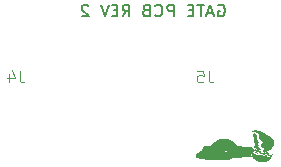
<source format=gbr>
%TF.GenerationSoftware,KiCad,Pcbnew,7.0.5*%
%TF.CreationDate,2024-03-05T22:02:34-06:00*%
%TF.ProjectId,GATE,47415445-2e6b-4696-9361-645f70636258,rev?*%
%TF.SameCoordinates,Original*%
%TF.FileFunction,Legend,Bot*%
%TF.FilePolarity,Positive*%
%FSLAX46Y46*%
G04 Gerber Fmt 4.6, Leading zero omitted, Abs format (unit mm)*
G04 Created by KiCad (PCBNEW 7.0.5) date 2024-03-05 22:02:34*
%MOMM*%
%LPD*%
G01*
G04 APERTURE LIST*
%ADD10C,0.150000*%
%ADD11C,0.100000*%
G04 APERTURE END LIST*
D10*
X164139411Y-80917438D02*
X164234649Y-80869819D01*
X164234649Y-80869819D02*
X164377506Y-80869819D01*
X164377506Y-80869819D02*
X164520363Y-80917438D01*
X164520363Y-80917438D02*
X164615601Y-81012676D01*
X164615601Y-81012676D02*
X164663220Y-81107914D01*
X164663220Y-81107914D02*
X164710839Y-81298390D01*
X164710839Y-81298390D02*
X164710839Y-81441247D01*
X164710839Y-81441247D02*
X164663220Y-81631723D01*
X164663220Y-81631723D02*
X164615601Y-81726961D01*
X164615601Y-81726961D02*
X164520363Y-81822200D01*
X164520363Y-81822200D02*
X164377506Y-81869819D01*
X164377506Y-81869819D02*
X164282268Y-81869819D01*
X164282268Y-81869819D02*
X164139411Y-81822200D01*
X164139411Y-81822200D02*
X164091792Y-81774580D01*
X164091792Y-81774580D02*
X164091792Y-81441247D01*
X164091792Y-81441247D02*
X164282268Y-81441247D01*
X163710839Y-81584104D02*
X163234649Y-81584104D01*
X163806077Y-81869819D02*
X163472744Y-80869819D01*
X163472744Y-80869819D02*
X163139411Y-81869819D01*
X162948934Y-80869819D02*
X162377506Y-80869819D01*
X162663220Y-81869819D02*
X162663220Y-80869819D01*
X162044172Y-81346009D02*
X161710839Y-81346009D01*
X161567982Y-81869819D02*
X162044172Y-81869819D01*
X162044172Y-81869819D02*
X162044172Y-80869819D01*
X162044172Y-80869819D02*
X161567982Y-80869819D01*
X160377505Y-81869819D02*
X160377505Y-80869819D01*
X160377505Y-80869819D02*
X159996553Y-80869819D01*
X159996553Y-80869819D02*
X159901315Y-80917438D01*
X159901315Y-80917438D02*
X159853696Y-80965057D01*
X159853696Y-80965057D02*
X159806077Y-81060295D01*
X159806077Y-81060295D02*
X159806077Y-81203152D01*
X159806077Y-81203152D02*
X159853696Y-81298390D01*
X159853696Y-81298390D02*
X159901315Y-81346009D01*
X159901315Y-81346009D02*
X159996553Y-81393628D01*
X159996553Y-81393628D02*
X160377505Y-81393628D01*
X158806077Y-81774580D02*
X158853696Y-81822200D01*
X158853696Y-81822200D02*
X158996553Y-81869819D01*
X158996553Y-81869819D02*
X159091791Y-81869819D01*
X159091791Y-81869819D02*
X159234648Y-81822200D01*
X159234648Y-81822200D02*
X159329886Y-81726961D01*
X159329886Y-81726961D02*
X159377505Y-81631723D01*
X159377505Y-81631723D02*
X159425124Y-81441247D01*
X159425124Y-81441247D02*
X159425124Y-81298390D01*
X159425124Y-81298390D02*
X159377505Y-81107914D01*
X159377505Y-81107914D02*
X159329886Y-81012676D01*
X159329886Y-81012676D02*
X159234648Y-80917438D01*
X159234648Y-80917438D02*
X159091791Y-80869819D01*
X159091791Y-80869819D02*
X158996553Y-80869819D01*
X158996553Y-80869819D02*
X158853696Y-80917438D01*
X158853696Y-80917438D02*
X158806077Y-80965057D01*
X158044172Y-81346009D02*
X157901315Y-81393628D01*
X157901315Y-81393628D02*
X157853696Y-81441247D01*
X157853696Y-81441247D02*
X157806077Y-81536485D01*
X157806077Y-81536485D02*
X157806077Y-81679342D01*
X157806077Y-81679342D02*
X157853696Y-81774580D01*
X157853696Y-81774580D02*
X157901315Y-81822200D01*
X157901315Y-81822200D02*
X157996553Y-81869819D01*
X157996553Y-81869819D02*
X158377505Y-81869819D01*
X158377505Y-81869819D02*
X158377505Y-80869819D01*
X158377505Y-80869819D02*
X158044172Y-80869819D01*
X158044172Y-80869819D02*
X157948934Y-80917438D01*
X157948934Y-80917438D02*
X157901315Y-80965057D01*
X157901315Y-80965057D02*
X157853696Y-81060295D01*
X157853696Y-81060295D02*
X157853696Y-81155533D01*
X157853696Y-81155533D02*
X157901315Y-81250771D01*
X157901315Y-81250771D02*
X157948934Y-81298390D01*
X157948934Y-81298390D02*
X158044172Y-81346009D01*
X158044172Y-81346009D02*
X158377505Y-81346009D01*
X156044172Y-81869819D02*
X156377505Y-81393628D01*
X156615600Y-81869819D02*
X156615600Y-80869819D01*
X156615600Y-80869819D02*
X156234648Y-80869819D01*
X156234648Y-80869819D02*
X156139410Y-80917438D01*
X156139410Y-80917438D02*
X156091791Y-80965057D01*
X156091791Y-80965057D02*
X156044172Y-81060295D01*
X156044172Y-81060295D02*
X156044172Y-81203152D01*
X156044172Y-81203152D02*
X156091791Y-81298390D01*
X156091791Y-81298390D02*
X156139410Y-81346009D01*
X156139410Y-81346009D02*
X156234648Y-81393628D01*
X156234648Y-81393628D02*
X156615600Y-81393628D01*
X155615600Y-81346009D02*
X155282267Y-81346009D01*
X155139410Y-81869819D02*
X155615600Y-81869819D01*
X155615600Y-81869819D02*
X155615600Y-80869819D01*
X155615600Y-80869819D02*
X155139410Y-80869819D01*
X154853695Y-80869819D02*
X154520362Y-81869819D01*
X154520362Y-81869819D02*
X154187029Y-80869819D01*
X153139409Y-80965057D02*
X153091790Y-80917438D01*
X153091790Y-80917438D02*
X152996552Y-80869819D01*
X152996552Y-80869819D02*
X152758457Y-80869819D01*
X152758457Y-80869819D02*
X152663219Y-80917438D01*
X152663219Y-80917438D02*
X152615600Y-80965057D01*
X152615600Y-80965057D02*
X152567981Y-81060295D01*
X152567981Y-81060295D02*
X152567981Y-81155533D01*
X152567981Y-81155533D02*
X152615600Y-81298390D01*
X152615600Y-81298390D02*
X153187028Y-81869819D01*
X153187028Y-81869819D02*
X152567981Y-81869819D01*
D11*
%TO.C,J4*%
X147333333Y-86457419D02*
X147333333Y-87171704D01*
X147333333Y-87171704D02*
X147380952Y-87314561D01*
X147380952Y-87314561D02*
X147476190Y-87409800D01*
X147476190Y-87409800D02*
X147619047Y-87457419D01*
X147619047Y-87457419D02*
X147714285Y-87457419D01*
X146428571Y-86790752D02*
X146428571Y-87457419D01*
X146666666Y-86409800D02*
X146904761Y-87124085D01*
X146904761Y-87124085D02*
X146285714Y-87124085D01*
%TO.C,J5*%
X163333333Y-86457419D02*
X163333333Y-87171704D01*
X163333333Y-87171704D02*
X163380952Y-87314561D01*
X163380952Y-87314561D02*
X163476190Y-87409800D01*
X163476190Y-87409800D02*
X163619047Y-87457419D01*
X163619047Y-87457419D02*
X163714285Y-87457419D01*
X162380952Y-86457419D02*
X162857142Y-86457419D01*
X162857142Y-86457419D02*
X162904761Y-86933609D01*
X162904761Y-86933609D02*
X162857142Y-86885990D01*
X162857142Y-86885990D02*
X162761904Y-86838371D01*
X162761904Y-86838371D02*
X162523809Y-86838371D01*
X162523809Y-86838371D02*
X162428571Y-86885990D01*
X162428571Y-86885990D02*
X162380952Y-86933609D01*
X162380952Y-86933609D02*
X162333333Y-87028847D01*
X162333333Y-87028847D02*
X162333333Y-87266942D01*
X162333333Y-87266942D02*
X162380952Y-87362180D01*
X162380952Y-87362180D02*
X162428571Y-87409800D01*
X162428571Y-87409800D02*
X162523809Y-87457419D01*
X162523809Y-87457419D02*
X162761904Y-87457419D01*
X162761904Y-87457419D02*
X162857142Y-87409800D01*
X162857142Y-87409800D02*
X162904761Y-87362180D01*
%TO.C,G\u002A\u002A\u002A*%
G36*
X167847591Y-93623767D02*
G01*
X167860290Y-93623241D01*
X167866039Y-93623281D01*
X167878685Y-93629589D01*
X167897375Y-93644197D01*
X167923411Y-93668029D01*
X167936002Y-93680075D01*
X167954337Y-93698244D01*
X167965372Y-93711108D01*
X167970702Y-93721214D01*
X167971926Y-93731106D01*
X167970639Y-93743333D01*
X167969986Y-93748040D01*
X167967539Y-93767175D01*
X167966213Y-93780000D01*
X167965721Y-93784391D01*
X167962059Y-93800000D01*
X167961547Y-93801394D01*
X167957963Y-93805134D01*
X167953334Y-93796666D01*
X167951204Y-93791321D01*
X167948756Y-93787839D01*
X167946042Y-93791267D01*
X167941871Y-93803558D01*
X167935053Y-93826666D01*
X167933595Y-93832046D01*
X167928693Y-93860130D01*
X167926646Y-93891427D01*
X167927207Y-93923191D01*
X167930130Y-93952676D01*
X167935169Y-93977136D01*
X167942078Y-93993826D01*
X167950608Y-94000000D01*
X167954063Y-93996118D01*
X167958655Y-93982278D01*
X167962988Y-93962051D01*
X167966488Y-93939296D01*
X167968584Y-93917871D01*
X167968702Y-93901634D01*
X167966271Y-93894444D01*
X167964056Y-93893100D01*
X167960000Y-93883607D01*
X167960638Y-93879237D01*
X167965890Y-93863129D01*
X167974802Y-93841698D01*
X167985385Y-93819276D01*
X167995646Y-93800196D01*
X168003593Y-93788788D01*
X168006288Y-93785386D01*
X168014157Y-93769746D01*
X168020824Y-93749491D01*
X168023308Y-93740614D01*
X168028942Y-93725837D01*
X168033596Y-93720000D01*
X168033719Y-93719994D01*
X168038739Y-93713955D01*
X168043347Y-93699941D01*
X168043596Y-93698854D01*
X168048490Y-93686625D01*
X168054013Y-93683752D01*
X168055787Y-93684182D01*
X168066366Y-93680429D01*
X168080648Y-93670477D01*
X168084753Y-93667123D01*
X168098541Y-93657289D01*
X168107136Y-93653333D01*
X168111427Y-93651182D01*
X168124276Y-93641800D01*
X168142940Y-93626679D01*
X168165040Y-93607695D01*
X168185202Y-93590200D01*
X168202877Y-93576069D01*
X168215025Y-93568677D01*
X168223934Y-93566691D01*
X168231894Y-93568779D01*
X168242464Y-93577073D01*
X168251051Y-93592750D01*
X168255437Y-93607055D01*
X168263671Y-93626666D01*
X168268505Y-93636980D01*
X168277427Y-93657915D01*
X168286828Y-93681557D01*
X168290898Y-93691141D01*
X168304054Y-93715471D01*
X168320193Y-93739394D01*
X168337063Y-93760038D01*
X168352412Y-93774530D01*
X168363991Y-93780000D01*
X168372069Y-93781556D01*
X168386537Y-93788132D01*
X168393623Y-93791633D01*
X168404018Y-93790904D01*
X168418114Y-93781510D01*
X168432833Y-93770496D01*
X168467291Y-93751147D01*
X168499913Y-93742839D01*
X168502969Y-93742471D01*
X168514305Y-93739419D01*
X168526770Y-93732615D01*
X168542362Y-93720565D01*
X168563078Y-93701776D01*
X168590914Y-93674751D01*
X168595740Y-93669971D01*
X168621838Y-93643548D01*
X168645746Y-93618461D01*
X168664990Y-93597346D01*
X168677100Y-93582839D01*
X168682711Y-93575640D01*
X168698983Y-93557061D01*
X168713334Y-93543398D01*
X168728735Y-93530348D01*
X168745903Y-93514465D01*
X168758649Y-93504456D01*
X168765676Y-93505015D01*
X168766416Y-93515923D01*
X168760825Y-93536441D01*
X168748862Y-93565832D01*
X168745501Y-93573133D01*
X168733760Y-93596669D01*
X168723359Y-93614810D01*
X168716225Y-93624114D01*
X168711385Y-93631100D01*
X168704788Y-93648412D01*
X168699372Y-93670780D01*
X168695883Y-93685749D01*
X168685439Y-93716863D01*
X168672767Y-93744144D01*
X168664497Y-93759461D01*
X168656447Y-93776591D01*
X168653334Y-93786509D01*
X168651224Y-93796864D01*
X168641770Y-93817918D01*
X168626421Y-93843592D01*
X168607045Y-93870853D01*
X168585510Y-93896666D01*
X168569873Y-93913858D01*
X168545554Y-93940738D01*
X168518708Y-93970526D01*
X168492821Y-93999359D01*
X168482784Y-94010457D01*
X168456255Y-94038116D01*
X168432743Y-94059156D01*
X168408555Y-94076665D01*
X168380000Y-94093728D01*
X168370745Y-94098912D01*
X168338924Y-94116844D01*
X168307490Y-94134696D01*
X168282077Y-94149273D01*
X168260386Y-94160999D01*
X168228068Y-94176602D01*
X168198743Y-94188965D01*
X168181822Y-94194754D01*
X168146821Y-94204865D01*
X168106241Y-94215034D01*
X168064647Y-94224211D01*
X168026601Y-94231349D01*
X167996667Y-94235398D01*
X167979806Y-94236642D01*
X167939175Y-94238302D01*
X167894402Y-94238764D01*
X167849845Y-94238070D01*
X167809863Y-94236260D01*
X167778816Y-94233374D01*
X167751397Y-94229827D01*
X167722368Y-94226390D01*
X167700000Y-94224070D01*
X167682812Y-94221272D01*
X167651282Y-94213172D01*
X167612760Y-94201098D01*
X167570077Y-94186139D01*
X167526064Y-94169382D01*
X167483552Y-94151917D01*
X167445373Y-94134833D01*
X167414356Y-94119217D01*
X167393334Y-94106158D01*
X167389719Y-94103479D01*
X167368115Y-94088941D01*
X167347776Y-94077120D01*
X167346770Y-94076591D01*
X167330131Y-94065902D01*
X167308516Y-94049676D01*
X167286334Y-94031206D01*
X167263277Y-94011195D01*
X167233436Y-93985831D01*
X167206387Y-93963333D01*
X167203559Y-93961017D01*
X167169832Y-93933127D01*
X167144381Y-93911274D01*
X167125127Y-93893430D01*
X167109993Y-93877567D01*
X167096901Y-93861657D01*
X167083773Y-93843673D01*
X167079113Y-93836891D01*
X167059545Y-93805421D01*
X167041246Y-93771698D01*
X167025803Y-93739021D01*
X167014804Y-93710688D01*
X167009835Y-93690000D01*
X167009158Y-93683153D01*
X167005013Y-93653368D01*
X166999474Y-93625596D01*
X166993387Y-93603594D01*
X166987597Y-93591120D01*
X166981538Y-93580613D01*
X166972829Y-93560214D01*
X166963546Y-93534847D01*
X166955130Y-93508738D01*
X166949023Y-93486112D01*
X166946667Y-93471191D01*
X166946648Y-93470251D01*
X166944724Y-93455146D01*
X166940260Y-93432227D01*
X166934136Y-93406066D01*
X166927395Y-93377203D01*
X166921433Y-93347505D01*
X166917719Y-93324133D01*
X166916076Y-93314039D01*
X166910027Y-93293053D01*
X166902408Y-93278976D01*
X166896220Y-93269529D01*
X166897158Y-93260355D01*
X166903643Y-93256962D01*
X166918979Y-93257569D01*
X166934763Y-93264699D01*
X166945364Y-93276469D01*
X166949072Y-93282210D01*
X166961588Y-93296479D01*
X166979852Y-93314700D01*
X167001344Y-93334633D01*
X167023546Y-93354036D01*
X167043939Y-93370670D01*
X167060006Y-93382294D01*
X167069227Y-93386666D01*
X167075577Y-93388332D01*
X167086919Y-93396970D01*
X167093319Y-93402191D01*
X167104367Y-93403859D01*
X167106049Y-93403571D01*
X167116362Y-93408342D01*
X167128153Y-93420583D01*
X167145380Y-93439200D01*
X167178538Y-93464028D01*
X167221441Y-93487818D01*
X167272052Y-93509476D01*
X167328334Y-93527913D01*
X167332241Y-93529120D01*
X167347401Y-93536577D01*
X167353334Y-93544720D01*
X167354871Y-93549670D01*
X167364060Y-93562785D01*
X167379038Y-93579124D01*
X167396905Y-93596022D01*
X167414765Y-93610812D01*
X167429721Y-93620829D01*
X167438874Y-93623409D01*
X167449168Y-93624058D01*
X167462704Y-93631834D01*
X167473509Y-93640322D01*
X167493853Y-93654080D01*
X167517174Y-93668257D01*
X167539984Y-93680857D01*
X167558794Y-93689881D01*
X167570116Y-93693333D01*
X167571085Y-93693318D01*
X167578260Y-93689895D01*
X167576870Y-93678333D01*
X167574238Y-93667474D01*
X167572425Y-93650603D01*
X167571790Y-93643102D01*
X167566575Y-93626494D01*
X167565787Y-93624767D01*
X167565803Y-93623333D01*
X167693334Y-93623333D01*
X167696667Y-93626666D01*
X167700000Y-93623333D01*
X167696667Y-93620000D01*
X167693334Y-93623333D01*
X167565803Y-93623333D01*
X167565891Y-93615385D01*
X167573435Y-93602374D01*
X167589769Y-93583219D01*
X167619052Y-93551323D01*
X167657860Y-93569707D01*
X167676398Y-93578295D01*
X167701062Y-93589230D01*
X167720000Y-93597082D01*
X167720354Y-93597217D01*
X167742010Y-93604126D01*
X167769249Y-93610923D01*
X167798384Y-93616920D01*
X167825727Y-93621431D01*
X167843529Y-93623333D01*
X167847591Y-93623767D01*
G37*
G36*
X167309582Y-91776786D02*
G01*
X167301653Y-91778798D01*
X167293146Y-91781227D01*
X167280836Y-91791854D01*
X167276435Y-91806434D01*
X167280591Y-91820651D01*
X167293950Y-91830195D01*
X167301365Y-91835049D01*
X167306796Y-91848782D01*
X167306826Y-91849431D01*
X167313248Y-91862780D01*
X167330902Y-91882944D01*
X167359856Y-91910000D01*
X167376383Y-91925062D01*
X167395247Y-91943718D01*
X167408174Y-91958344D01*
X167413028Y-91966666D01*
X167411535Y-91968832D01*
X167403550Y-91964464D01*
X167390309Y-91951666D01*
X167388866Y-91950111D01*
X167368932Y-91932471D01*
X167353616Y-91926924D01*
X167343186Y-91933572D01*
X167342830Y-91935962D01*
X167346642Y-91947845D01*
X167355438Y-91965217D01*
X167367052Y-91984391D01*
X167379317Y-92001678D01*
X167390068Y-92013389D01*
X167395853Y-92021800D01*
X167391665Y-92033528D01*
X167390849Y-92034876D01*
X167387837Y-92046476D01*
X167395296Y-92058485D01*
X167402497Y-92068490D01*
X167406667Y-92080051D01*
X167408340Y-92090938D01*
X167413390Y-92110078D01*
X167420115Y-92130738D01*
X167426773Y-92147101D01*
X167428461Y-92155135D01*
X167425022Y-92169843D01*
X167421801Y-92178550D01*
X167425735Y-92194317D01*
X167427573Y-92198157D01*
X167431691Y-92215310D01*
X167433334Y-92236576D01*
X167433610Y-92245619D01*
X167435741Y-92260705D01*
X167439287Y-92266666D01*
X167442745Y-92268037D01*
X167449268Y-92277162D01*
X167449707Y-92278486D01*
X167447600Y-92291669D01*
X167436344Y-92302299D01*
X167419660Y-92306666D01*
X167415895Y-92306738D01*
X167409078Y-92309067D01*
X167413334Y-92316666D01*
X167419198Y-92321933D01*
X167431521Y-92326666D01*
X167433326Y-92326874D01*
X167445914Y-92332477D01*
X167461216Y-92343333D01*
X167465681Y-92347272D01*
X167473819Y-92356366D01*
X167473396Y-92360000D01*
X167469581Y-92362223D01*
X167469750Y-92372543D01*
X167470592Y-92380505D01*
X167466804Y-92384888D01*
X167463110Y-92389163D01*
X167456517Y-92393201D01*
X167457834Y-92400212D01*
X167471972Y-92408341D01*
X167498673Y-92417383D01*
X167512954Y-92421624D01*
X167534440Y-92429614D01*
X167546634Y-92438313D01*
X167552083Y-92450038D01*
X167553334Y-92467104D01*
X167553333Y-92467548D01*
X167550081Y-92489037D01*
X167539568Y-92502219D01*
X167536016Y-92504733D01*
X167529917Y-92510828D01*
X167532090Y-92517503D01*
X167543117Y-92529177D01*
X167545592Y-92531666D01*
X167555135Y-92543029D01*
X167556235Y-92552592D01*
X167550045Y-92566579D01*
X167549235Y-92568093D01*
X167539356Y-92581260D01*
X167529956Y-92586666D01*
X167522728Y-92590488D01*
X167516230Y-92602699D01*
X167515555Y-92606264D01*
X167516122Y-92617862D01*
X167521073Y-92633523D01*
X167531313Y-92655655D01*
X167547745Y-92686666D01*
X167566447Y-92722241D01*
X167578818Y-92750257D01*
X167584143Y-92771006D01*
X167582614Y-92786431D01*
X167574421Y-92798476D01*
X167559755Y-92809084D01*
X167559564Y-92809197D01*
X167543616Y-92825422D01*
X167538938Y-92847623D01*
X167545490Y-92874722D01*
X167563233Y-92905640D01*
X167573426Y-92920512D01*
X167581686Y-92934303D01*
X167583844Y-92940656D01*
X167583911Y-92941885D01*
X167590375Y-92949190D01*
X167603519Y-92960000D01*
X167617282Y-92971913D01*
X167630337Y-92987883D01*
X167636172Y-93001595D01*
X167633082Y-93010155D01*
X167631922Y-93010963D01*
X167626826Y-93022514D01*
X167631039Y-93039653D01*
X167633430Y-93043333D01*
X167643926Y-93059488D01*
X167652137Y-93069918D01*
X167652173Y-93070000D01*
X167655623Y-93077816D01*
X167650593Y-93080000D01*
X167645440Y-93080847D01*
X167640000Y-93086666D01*
X167636272Y-93092653D01*
X167625819Y-93091325D01*
X167612192Y-93082300D01*
X167608606Y-93079139D01*
X167601030Y-93073820D01*
X167601344Y-93077054D01*
X167608932Y-93087612D01*
X167623179Y-93104263D01*
X167631244Y-93113980D01*
X167642165Y-93130503D01*
X167646512Y-93142337D01*
X167646515Y-93143015D01*
X167644490Y-93150235D01*
X167636235Y-93152623D01*
X167618334Y-93151261D01*
X167613523Y-93150649D01*
X167590429Y-93147026D01*
X167571667Y-93143146D01*
X167564046Y-93141477D01*
X167555375Y-93142702D01*
X167553334Y-93151780D01*
X167553533Y-93153374D01*
X167559809Y-93165252D01*
X167572329Y-93180828D01*
X167587597Y-93196459D01*
X167602122Y-93208508D01*
X167612409Y-93213333D01*
X167612811Y-93213494D01*
X167618300Y-93220572D01*
X167627777Y-93235826D01*
X167639481Y-93256075D01*
X167651649Y-93278137D01*
X167662522Y-93298831D01*
X167670337Y-93314974D01*
X167673334Y-93323386D01*
X167673209Y-93323603D01*
X167666187Y-93323078D01*
X167651711Y-93319534D01*
X167621944Y-93313898D01*
X167596580Y-93317011D01*
X167574550Y-93330000D01*
X167571047Y-93332860D01*
X167557023Y-93342694D01*
X167547848Y-93346666D01*
X167542564Y-93348193D01*
X167531567Y-93356052D01*
X167531039Y-93356557D01*
X167517687Y-93364797D01*
X167499425Y-93371710D01*
X167498730Y-93371900D01*
X167482679Y-93374515D01*
X167468386Y-93371212D01*
X167449873Y-93360658D01*
X167422498Y-93342435D01*
X167373216Y-93306108D01*
X167335574Y-93272834D01*
X167310116Y-93243071D01*
X167307766Y-93239667D01*
X167294664Y-93221867D01*
X167284312Y-93212329D01*
X167272789Y-93208488D01*
X167256175Y-93207777D01*
X167250403Y-93207854D01*
X167235482Y-93209652D01*
X167225107Y-93215279D01*
X167218525Y-93226633D01*
X167214983Y-93245608D01*
X167213729Y-93274101D01*
X167214010Y-93314008D01*
X167214231Y-93328090D01*
X167214359Y-93358271D01*
X167213527Y-93378710D01*
X167211395Y-93392024D01*
X167207626Y-93400831D01*
X167201880Y-93407750D01*
X167188367Y-93421263D01*
X167145850Y-93392484D01*
X167142420Y-93390151D01*
X167121519Y-93375480D01*
X167105172Y-93363258D01*
X167096667Y-93355929D01*
X167096421Y-93355648D01*
X167087763Y-93347155D01*
X167072345Y-93333068D01*
X167053334Y-93316284D01*
X167052348Y-93315424D01*
X167033616Y-93297931D01*
X167019047Y-93282284D01*
X167011724Y-93271779D01*
X167007596Y-93264987D01*
X167000798Y-93262840D01*
X167000395Y-93262998D01*
X166992169Y-93259638D01*
X166977753Y-93249060D01*
X166959996Y-93233329D01*
X166944648Y-93219187D01*
X166929868Y-93207917D01*
X166918548Y-93203564D01*
X166907589Y-93204419D01*
X166894812Y-93209058D01*
X166885103Y-93216026D01*
X166882924Y-93224002D01*
X166881168Y-93243519D01*
X166880683Y-93260381D01*
X166880374Y-93271114D01*
X166880523Y-93303922D01*
X166881594Y-93339081D01*
X166883133Y-93366095D01*
X166883568Y-93373725D01*
X166886425Y-93404990D01*
X166886536Y-93405819D01*
X166888041Y-93417038D01*
X166894474Y-93451882D01*
X166903401Y-93489823D01*
X166913721Y-93526787D01*
X166924332Y-93558703D01*
X166934135Y-93581496D01*
X166939529Y-93596203D01*
X166943171Y-93615922D01*
X166943196Y-93616224D01*
X166945829Y-93633726D01*
X166951428Y-93653459D01*
X166960901Y-93677759D01*
X166960957Y-93677882D01*
X166975159Y-93708965D01*
X166995111Y-93749416D01*
X167028407Y-93815500D01*
X166902537Y-93811285D01*
X166896768Y-93811089D01*
X166848288Y-93809071D01*
X166806745Y-93806368D01*
X166768839Y-93802506D01*
X166731273Y-93797010D01*
X166690747Y-93789404D01*
X166643962Y-93779215D01*
X166587619Y-93765967D01*
X166554201Y-93758359D01*
X166483133Y-93745287D01*
X166420327Y-93738289D01*
X166366933Y-93737464D01*
X166324101Y-93742913D01*
X166318180Y-93744312D01*
X166262492Y-93759945D01*
X166203618Y-93781071D01*
X166139146Y-93808633D01*
X166085345Y-93834568D01*
X166066667Y-93843572D01*
X165963334Y-93895639D01*
X165883334Y-93895568D01*
X165851848Y-93895107D01*
X165809553Y-93892441D01*
X165767784Y-93886757D01*
X165720000Y-93877324D01*
X165689391Y-93871090D01*
X165641553Y-93863500D01*
X165591351Y-93858505D01*
X165533334Y-93855466D01*
X165430000Y-93851782D01*
X165350000Y-93878686D01*
X165321802Y-93887994D01*
X165319403Y-93888761D01*
X165275885Y-93902673D01*
X165236436Y-93914916D01*
X165228606Y-93917346D01*
X165186667Y-93929908D01*
X165175515Y-93933251D01*
X165100376Y-93960091D01*
X165030000Y-93992416D01*
X164993390Y-94011045D01*
X164951374Y-94030615D01*
X164914287Y-94045005D01*
X164878537Y-94055393D01*
X164840529Y-94062956D01*
X164796667Y-94068872D01*
X164780286Y-94069884D01*
X164751968Y-94070478D01*
X164714771Y-94070608D01*
X164670993Y-94070321D01*
X164622932Y-94069662D01*
X164572886Y-94068676D01*
X164523154Y-94067409D01*
X164476034Y-94065908D01*
X164433825Y-94064217D01*
X164398826Y-94062383D01*
X164373334Y-94060451D01*
X164353823Y-94058351D01*
X164309262Y-94052659D01*
X164263319Y-94045843D01*
X164223334Y-94038953D01*
X164220521Y-94038420D01*
X164197696Y-94034323D01*
X164176805Y-94031240D01*
X164155669Y-94029090D01*
X164132107Y-94027791D01*
X164103939Y-94027263D01*
X164068985Y-94027422D01*
X164025066Y-94028188D01*
X163970000Y-94029479D01*
X163925117Y-94030777D01*
X163877366Y-94032556D01*
X163834071Y-94034574D01*
X163797449Y-94036715D01*
X163769719Y-94038861D01*
X163753102Y-94040897D01*
X163741936Y-94042438D01*
X163712482Y-94044303D01*
X163672806Y-94045040D01*
X163624873Y-94044728D01*
X163570650Y-94043445D01*
X163512103Y-94041270D01*
X163451199Y-94038281D01*
X163389904Y-94034557D01*
X163330183Y-94030176D01*
X163274005Y-94025216D01*
X163223334Y-94019757D01*
X163165270Y-94011960D01*
X163081688Y-93997999D01*
X162992474Y-93979957D01*
X162895448Y-93957383D01*
X162788427Y-93929825D01*
X162779693Y-93927534D01*
X162748534Y-93920486D01*
X162718731Y-93916141D01*
X162685400Y-93913942D01*
X162643660Y-93913333D01*
X162633838Y-93913293D01*
X162589830Y-93911952D01*
X162555206Y-93908825D01*
X162531900Y-93904073D01*
X162524688Y-93901855D01*
X162501056Y-93895255D01*
X162471246Y-93887515D01*
X162440000Y-93879882D01*
X162433463Y-93878313D01*
X162384316Y-93864060D01*
X162351615Y-93850000D01*
X164273334Y-93850000D01*
X164275139Y-93855322D01*
X164285000Y-93859967D01*
X164286213Y-93860033D01*
X164299565Y-93862913D01*
X164320689Y-93869206D01*
X164345592Y-93877743D01*
X164355444Y-93881293D01*
X164378083Y-93888672D01*
X164394477Y-93891771D01*
X164409199Y-93891125D01*
X164426823Y-93887270D01*
X164434845Y-93885295D01*
X164453625Y-93882436D01*
X164469758Y-93884738D01*
X164490413Y-93892828D01*
X164493604Y-93894214D01*
X164523392Y-93904274D01*
X164546466Y-93906667D01*
X164548810Y-93905850D01*
X164613334Y-93905850D01*
X164614694Y-93910000D01*
X164622740Y-93919507D01*
X164630263Y-93923879D01*
X164636928Y-93919578D01*
X164638079Y-93914916D01*
X164632521Y-93906023D01*
X164629812Y-93904392D01*
X164617736Y-93900385D01*
X164613334Y-93905850D01*
X164548810Y-93905850D01*
X164561375Y-93901470D01*
X164566667Y-93888761D01*
X164563091Y-93883023D01*
X164549856Y-93883965D01*
X164547600Y-93884417D01*
X164526782Y-93882870D01*
X164499081Y-93873573D01*
X164481903Y-93866934D01*
X164458433Y-93862082D01*
X164433360Y-93863329D01*
X164418662Y-93864574D01*
X164390669Y-93862389D01*
X164356766Y-93853848D01*
X164324015Y-93844908D01*
X164296222Y-93840453D01*
X164279147Y-93842142D01*
X164273334Y-93850000D01*
X162351615Y-93850000D01*
X162344926Y-93847124D01*
X162312115Y-93825864D01*
X162282707Y-93798640D01*
X162260652Y-93772231D01*
X162237201Y-93733551D01*
X162224460Y-93695996D01*
X162223262Y-93661487D01*
X162225771Y-93646792D01*
X162242396Y-93590049D01*
X162268433Y-93542849D01*
X162793578Y-93542849D01*
X162795343Y-93564203D01*
X162796453Y-93573455D01*
X162801912Y-93596743D01*
X162812384Y-93614736D01*
X162830360Y-93630754D01*
X162858334Y-93648118D01*
X162872217Y-93656769D01*
X162887624Y-93669457D01*
X162893334Y-93679248D01*
X162893635Y-93681576D01*
X162901008Y-93695062D01*
X162916006Y-93712120D01*
X162935622Y-93729951D01*
X162956845Y-93745758D01*
X162976667Y-93756743D01*
X162980814Y-93758488D01*
X163033268Y-93779756D01*
X163076109Y-93795304D01*
X163111309Y-93805721D01*
X163140838Y-93811596D01*
X163166667Y-93813518D01*
X163178914Y-93813962D01*
X163214687Y-93818492D01*
X163246667Y-93826666D01*
X163252231Y-93828617D01*
X163274060Y-93835945D01*
X163286478Y-93839091D01*
X163292047Y-93838487D01*
X163293334Y-93834568D01*
X163287956Y-93827034D01*
X163271881Y-93818577D01*
X163247816Y-93810620D01*
X163218498Y-93804055D01*
X163186667Y-93799777D01*
X163150353Y-93794314D01*
X163107831Y-93783885D01*
X163063731Y-93769786D01*
X163021003Y-93753168D01*
X162982596Y-93735182D01*
X162951459Y-93716983D01*
X162930542Y-93699721D01*
X162921627Y-93689204D01*
X162910866Y-93674059D01*
X162906667Y-93664373D01*
X162904044Y-93659420D01*
X162892411Y-93649203D01*
X162874628Y-93638014D01*
X162862529Y-93631026D01*
X162843710Y-93618556D01*
X162831612Y-93608447D01*
X162830949Y-93607680D01*
X162823665Y-93594563D01*
X162818038Y-93577019D01*
X162814849Y-93559265D01*
X162814882Y-93545519D01*
X162818919Y-93540000D01*
X162822358Y-93539535D01*
X162836469Y-93531056D01*
X162850754Y-93514953D01*
X162862182Y-93495214D01*
X162867718Y-93475826D01*
X162867945Y-93472646D01*
X162866916Y-93462653D01*
X163021806Y-93462653D01*
X163023598Y-93475000D01*
X163030727Y-93492586D01*
X163049988Y-93523672D01*
X163076526Y-93555309D01*
X163107603Y-93583943D01*
X163133514Y-93604443D01*
X163155608Y-93620826D01*
X163172559Y-93631216D01*
X163187076Y-93636966D01*
X163201865Y-93639431D01*
X163219636Y-93639964D01*
X163222561Y-93639977D01*
X163245142Y-93641516D01*
X163260649Y-93646893D01*
X163274646Y-93657924D01*
X163283503Y-93666020D01*
X163293676Y-93671877D01*
X163305907Y-93672059D01*
X163325581Y-93667589D01*
X163335665Y-93665157D01*
X163353693Y-93662791D01*
X163370421Y-93665226D01*
X163392484Y-93672998D01*
X163412270Y-93680336D01*
X163432378Y-93685711D01*
X163443344Y-93684848D01*
X163446667Y-93677882D01*
X163446622Y-93677463D01*
X163439714Y-93670900D01*
X163423053Y-93662466D01*
X163399514Y-93653639D01*
X163374371Y-93645913D01*
X163356091Y-93642218D01*
X163341286Y-93642484D01*
X163325402Y-93646258D01*
X163319317Y-93648038D01*
X163303873Y-93650974D01*
X163293009Y-93647769D01*
X163280523Y-93637167D01*
X163279626Y-93636315D01*
X163265959Y-93626112D01*
X163249929Y-93621243D01*
X163226119Y-93620000D01*
X163222294Y-93619980D01*
X163200678Y-93618429D01*
X163182742Y-93613072D01*
X163164108Y-93602043D01*
X163140399Y-93583478D01*
X163124619Y-93570182D01*
X163091153Y-93539697D01*
X163083208Y-93531089D01*
X166336984Y-93531089D01*
X166340000Y-93536666D01*
X166344029Y-93540275D01*
X166361583Y-93545891D01*
X166385324Y-93545389D01*
X166411640Y-93539743D01*
X166436918Y-93529925D01*
X166457547Y-93516908D01*
X166464505Y-93508333D01*
X166633506Y-93508333D01*
X166636918Y-93512233D01*
X166648366Y-93512949D01*
X166663153Y-93509700D01*
X166676309Y-93503096D01*
X166685455Y-93497946D01*
X166695976Y-93499975D01*
X166701945Y-93504385D01*
X166713495Y-93505726D01*
X166728737Y-93499170D01*
X166749258Y-93483913D01*
X166776647Y-93459152D01*
X166791830Y-93444454D01*
X166809816Y-93426172D01*
X166822113Y-93412564D01*
X166826667Y-93405819D01*
X166824961Y-93400745D01*
X166815876Y-93401971D01*
X166798946Y-93413931D01*
X166774152Y-93436634D01*
X166766665Y-93443927D01*
X166743543Y-93465805D01*
X166727194Y-93479599D01*
X166715702Y-93486549D01*
X166707150Y-93487896D01*
X166699620Y-93484882D01*
X166695448Y-93482932D01*
X166681800Y-93482964D01*
X166661129Y-93490660D01*
X166653077Y-93494594D01*
X166639110Y-93502799D01*
X166633506Y-93508333D01*
X166464505Y-93508333D01*
X166469915Y-93501666D01*
X166476564Y-93492151D01*
X166487331Y-93486666D01*
X166492233Y-93485552D01*
X166506820Y-93478122D01*
X166524084Y-93466017D01*
X166531810Y-93460049D01*
X166551653Y-93445996D01*
X166567861Y-93436090D01*
X166581187Y-93426024D01*
X166590186Y-93412748D01*
X166595924Y-93400949D01*
X166607568Y-93385765D01*
X166615224Y-93375186D01*
X166616314Y-93366095D01*
X166611995Y-93366267D01*
X166601748Y-93374557D01*
X166588512Y-93389671D01*
X166577920Y-93402562D01*
X166566033Y-93415136D01*
X166559128Y-93420000D01*
X166555179Y-93421651D01*
X166543205Y-93430107D01*
X166527545Y-93443333D01*
X166524777Y-93445633D01*
X166517704Y-93451510D01*
X166501116Y-93462441D01*
X166489192Y-93466768D01*
X166484704Y-93466982D01*
X166467366Y-93473666D01*
X166459085Y-93490000D01*
X166459011Y-93490381D01*
X166449770Y-93504504D01*
X166430134Y-93516031D01*
X166402896Y-93523802D01*
X166370851Y-93526656D01*
X166354981Y-93526831D01*
X166341222Y-93528055D01*
X166336984Y-93531089D01*
X163083208Y-93531089D01*
X163070145Y-93516935D01*
X166009119Y-93516935D01*
X166016304Y-93519050D01*
X166031985Y-93518449D01*
X166053511Y-93515523D01*
X166078234Y-93510662D01*
X166103502Y-93504256D01*
X166126667Y-93496698D01*
X166132737Y-93494530D01*
X166160919Y-93486313D01*
X166188125Y-93480581D01*
X166203583Y-93477061D01*
X166225114Y-93468169D01*
X166240678Y-93456976D01*
X166246667Y-93445633D01*
X166246399Y-93443627D01*
X166240202Y-93439964D01*
X166228907Y-93443554D01*
X166216667Y-93453333D01*
X166201773Y-93463152D01*
X166176967Y-93466666D01*
X166171052Y-93466824D01*
X166152957Y-93469308D01*
X166142149Y-93473851D01*
X166136223Y-93477899D01*
X166118841Y-93484620D01*
X166090478Y-93492197D01*
X166050000Y-93500962D01*
X166038178Y-93503646D01*
X166020163Y-93509044D01*
X166010334Y-93513845D01*
X166009119Y-93516935D01*
X163070145Y-93516935D01*
X163066858Y-93513374D01*
X163050015Y-93489423D01*
X163046137Y-93483076D01*
X163034631Y-93467541D01*
X163026002Y-93460450D01*
X163021806Y-93462653D01*
X162866916Y-93462653D01*
X162866157Y-93455280D01*
X162859909Y-93449443D01*
X162851579Y-93455378D01*
X162843547Y-93473333D01*
X162841202Y-93480995D01*
X162833116Y-93501032D01*
X162823170Y-93512919D01*
X162808439Y-93520593D01*
X162799826Y-93524540D01*
X162794691Y-93530899D01*
X162793578Y-93542849D01*
X162268433Y-93542849D01*
X162269021Y-93541783D01*
X162306020Y-93501568D01*
X162353765Y-93468973D01*
X162412628Y-93443570D01*
X162413959Y-93443115D01*
X162445659Y-93429272D01*
X166293334Y-93429272D01*
X166294499Y-93432439D01*
X166302439Y-93433438D01*
X166314122Y-93428354D01*
X166325066Y-93418683D01*
X166333583Y-93408658D01*
X166345568Y-93396152D01*
X166362466Y-93379854D01*
X166385993Y-93358109D01*
X166417864Y-93329266D01*
X166436753Y-93311973D01*
X166449795Y-93298054D01*
X166457155Y-93285428D01*
X166461066Y-93270153D01*
X166463763Y-93248288D01*
X166464625Y-93227939D01*
X166647456Y-93227939D01*
X166649086Y-93243251D01*
X166652597Y-93263333D01*
X166655285Y-93272312D01*
X166659818Y-93277232D01*
X166663560Y-93272517D01*
X166665278Y-93260404D01*
X166663736Y-93243134D01*
X166663423Y-93241531D01*
X166658605Y-93225666D01*
X166653089Y-93216947D01*
X166648748Y-93217122D01*
X166647456Y-93227939D01*
X166464625Y-93227939D01*
X166465096Y-93216829D01*
X166459931Y-93189758D01*
X166446295Y-93165359D01*
X166422516Y-93139207D01*
X166409710Y-93127672D01*
X166401953Y-93123333D01*
X166460000Y-93123333D01*
X166463334Y-93126666D01*
X166466667Y-93123333D01*
X166463334Y-93120000D01*
X166460000Y-93123333D01*
X166401953Y-93123333D01*
X166397592Y-93120894D01*
X166382358Y-93118485D01*
X166358921Y-93118814D01*
X166339897Y-93119926D01*
X166321561Y-93121865D01*
X166312241Y-93124008D01*
X166307655Y-93129324D01*
X166312883Y-93134804D01*
X166316777Y-93135757D01*
X166328343Y-93138588D01*
X166352339Y-93140000D01*
X166372936Y-93140531D01*
X166388327Y-93143818D01*
X166401380Y-93152280D01*
X166417667Y-93168333D01*
X166424154Y-93175214D01*
X166440834Y-93195417D01*
X166449081Y-93212840D01*
X166450317Y-93231946D01*
X166445965Y-93257201D01*
X166441691Y-93273473D01*
X166434314Y-93289468D01*
X166421993Y-93303844D01*
X166411078Y-93313076D01*
X166401627Y-93321070D01*
X166379450Y-93339383D01*
X166353878Y-93362130D01*
X166330444Y-93384527D01*
X166311185Y-93404539D01*
X166298136Y-93420132D01*
X166293334Y-93429272D01*
X162445659Y-93429272D01*
X162485743Y-93411768D01*
X162555236Y-93368273D01*
X162621065Y-93313764D01*
X162681856Y-93249376D01*
X162730732Y-93183647D01*
X162933334Y-93183647D01*
X162933898Y-93185801D01*
X162940166Y-93184578D01*
X162945393Y-93180478D01*
X163812688Y-93180478D01*
X163815548Y-93197447D01*
X163822122Y-93216461D01*
X163831667Y-93233792D01*
X163837796Y-93241650D01*
X163851335Y-93254656D01*
X163862223Y-93259857D01*
X163868716Y-93258888D01*
X163872223Y-93253997D01*
X163866357Y-93241678D01*
X163856427Y-93223920D01*
X163844547Y-93204145D01*
X163842214Y-93200486D01*
X163914970Y-93200486D01*
X163919709Y-93221204D01*
X163930721Y-93245937D01*
X163935817Y-93253997D01*
X163947031Y-93271731D01*
X163955278Y-93282371D01*
X163966670Y-93295053D01*
X163973517Y-93300000D01*
X163977251Y-93299561D01*
X163982583Y-93292562D01*
X163978475Y-93276818D01*
X163964876Y-93252045D01*
X163954886Y-93235514D01*
X163942557Y-93213622D01*
X163934397Y-93197319D01*
X163933490Y-93195338D01*
X163976909Y-93195338D01*
X163978123Y-93209449D01*
X163986098Y-93229782D01*
X163999565Y-93253514D01*
X164017255Y-93277819D01*
X164019678Y-93280732D01*
X164031457Y-93292562D01*
X164038593Y-93299729D01*
X164052955Y-93306631D01*
X164062522Y-93301314D01*
X164061467Y-93296034D01*
X164053754Y-93283087D01*
X164040859Y-93266314D01*
X164031425Y-93254684D01*
X164025232Y-93246414D01*
X164656747Y-93246414D01*
X164657079Y-93263463D01*
X164668580Y-93283455D01*
X164687564Y-93301314D01*
X164690172Y-93303767D01*
X164720353Y-93323007D01*
X164757618Y-93339783D01*
X164766174Y-93342844D01*
X164803783Y-93352037D01*
X164832856Y-93351089D01*
X164853334Y-93340000D01*
X164862247Y-93328454D01*
X164866667Y-93316457D01*
X164861862Y-93305811D01*
X164850141Y-93301591D01*
X164837088Y-93306317D01*
X164826776Y-93309947D01*
X164807363Y-93310091D01*
X164785028Y-93306208D01*
X164764896Y-93298831D01*
X164755210Y-93292315D01*
X164738673Y-93279283D01*
X164719673Y-93263042D01*
X164700202Y-93247228D01*
X164679426Y-93235616D01*
X164665023Y-93235367D01*
X164656747Y-93246414D01*
X164025232Y-93246414D01*
X164014020Y-93231442D01*
X164001922Y-93213400D01*
X165434236Y-93213400D01*
X165438044Y-93227669D01*
X165448739Y-93247568D01*
X165465046Y-93270412D01*
X165474162Y-93280791D01*
X165487629Y-93291355D01*
X165496636Y-93291807D01*
X165499702Y-93281666D01*
X165499312Y-93279432D01*
X165493279Y-93267605D01*
X165481958Y-93251840D01*
X165467948Y-93235101D01*
X165453847Y-93220353D01*
X165453733Y-93220257D01*
X165526404Y-93220257D01*
X165527487Y-93231657D01*
X165533876Y-93247895D01*
X165544048Y-93265897D01*
X165555793Y-93281666D01*
X165556480Y-93282589D01*
X165569648Y-93294897D01*
X165571218Y-93295956D01*
X165582060Y-93299305D01*
X165588740Y-93290881D01*
X165587301Y-93283360D01*
X165579179Y-93268755D01*
X165566728Y-93251257D01*
X165552697Y-93234391D01*
X165539834Y-93221685D01*
X165530890Y-93216666D01*
X165526404Y-93220257D01*
X165453733Y-93220257D01*
X165444851Y-93212755D01*
X165589389Y-93212755D01*
X165596002Y-93225462D01*
X165596189Y-93225659D01*
X165605804Y-93236661D01*
X165620435Y-93254328D01*
X165636992Y-93274931D01*
X165637593Y-93275689D01*
X165650572Y-93290881D01*
X165660925Y-93302999D01*
X165675935Y-93316457D01*
X165678474Y-93318733D01*
X165690602Y-93323137D01*
X165697669Y-93316459D01*
X165698201Y-93313076D01*
X165692274Y-93298515D01*
X165675239Y-93277839D01*
X165665437Y-93267249D01*
X165646006Y-93244850D01*
X165630212Y-93225000D01*
X165624325Y-93217570D01*
X165611875Y-93204978D01*
X165602936Y-93200000D01*
X165593185Y-93202956D01*
X165589389Y-93212755D01*
X165444851Y-93212755D01*
X165442251Y-93210559D01*
X165435759Y-93208686D01*
X165434236Y-93213400D01*
X164001922Y-93213400D01*
X164000432Y-93211178D01*
X163996592Y-93205183D01*
X163985935Y-93192919D01*
X163978699Y-93191968D01*
X163976909Y-93195338D01*
X163933490Y-93195338D01*
X163932340Y-93192827D01*
X163925370Y-93183407D01*
X163918562Y-93185438D01*
X163917478Y-93186738D01*
X163914970Y-93200486D01*
X163842214Y-93200486D01*
X163832831Y-93185767D01*
X163823389Y-93172202D01*
X163818334Y-93166864D01*
X163814285Y-93169280D01*
X163812688Y-93180478D01*
X162945393Y-93180478D01*
X162953819Y-93173868D01*
X162975408Y-93153274D01*
X162990299Y-93137223D01*
X162998458Y-93125619D01*
X165489603Y-93125619D01*
X165493221Y-93143867D01*
X165503876Y-93157887D01*
X165511932Y-93162343D01*
X165529634Y-93164787D01*
X165546212Y-93159798D01*
X165558620Y-93149436D01*
X165563810Y-93135757D01*
X165558737Y-93120821D01*
X165557219Y-93118863D01*
X165549778Y-93111030D01*
X166509093Y-93111030D01*
X166509342Y-93116684D01*
X166520089Y-93122534D01*
X166523859Y-93123333D01*
X166540534Y-93126867D01*
X166547161Y-93127925D01*
X166573464Y-93135353D01*
X166597777Y-93146115D01*
X166618247Y-93161082D01*
X166635200Y-93185914D01*
X166640949Y-93198827D01*
X166645727Y-93203726D01*
X166649764Y-93198436D01*
X166650750Y-93192884D01*
X166707474Y-93192884D01*
X166716843Y-93200684D01*
X166735665Y-93209948D01*
X166748008Y-93216829D01*
X166757312Y-93222016D01*
X166776714Y-93244286D01*
X166780082Y-93250159D01*
X166787866Y-93260404D01*
X166789835Y-93262996D01*
X166797131Y-93266857D01*
X166800000Y-93260381D01*
X166799991Y-93259735D01*
X166793903Y-93241721D01*
X166778980Y-93222297D01*
X166758746Y-93204575D01*
X166736725Y-93191661D01*
X166716441Y-93186666D01*
X166708630Y-93187849D01*
X166708176Y-93189827D01*
X166707474Y-93192884D01*
X166650750Y-93192884D01*
X166651293Y-93189827D01*
X166645480Y-93172274D01*
X166630730Y-93153684D01*
X166609481Y-93135944D01*
X166584169Y-93120937D01*
X166557234Y-93110550D01*
X166531112Y-93106668D01*
X166520140Y-93107289D01*
X166509093Y-93111030D01*
X165549778Y-93111030D01*
X165542643Y-93103520D01*
X165527230Y-93091659D01*
X165515477Y-93086814D01*
X165514226Y-93086829D01*
X165504817Y-93091125D01*
X165500780Y-93092968D01*
X165492347Y-93107276D01*
X165489603Y-93125619D01*
X162998458Y-93125619D01*
X162999870Y-93123610D01*
X163000231Y-93116809D01*
X162992935Y-93116798D01*
X162979348Y-93124440D01*
X162963644Y-93137895D01*
X162948772Y-93154214D01*
X162937685Y-93170447D01*
X162933334Y-93183647D01*
X162730732Y-93183647D01*
X162736237Y-93176244D01*
X162736750Y-93175462D01*
X162758407Y-93141993D01*
X162780111Y-93107576D01*
X162793052Y-93086501D01*
X163133334Y-93086501D01*
X163137134Y-93092108D01*
X163148786Y-93091826D01*
X163148961Y-93091756D01*
X163893334Y-93091756D01*
X163894739Y-93096699D01*
X163901667Y-93108052D01*
X163906194Y-93112868D01*
X163914143Y-93116809D01*
X163924089Y-93121740D01*
X163943768Y-93121234D01*
X163960846Y-93112157D01*
X163970936Y-93095314D01*
X163971614Y-93091125D01*
X163967614Y-93073408D01*
X163955371Y-93059171D01*
X163938664Y-93053333D01*
X163937966Y-93053359D01*
X163925469Y-93058286D01*
X163910741Y-93068976D01*
X163898467Y-93081457D01*
X163893334Y-93091756D01*
X163148961Y-93091756D01*
X163165149Y-93085283D01*
X163183000Y-93073333D01*
X163202694Y-93056401D01*
X163224659Y-93033751D01*
X163236251Y-93015006D01*
X163238416Y-92998894D01*
X163237497Y-92988973D01*
X163241259Y-92981538D01*
X163242111Y-92981439D01*
X165974323Y-92981439D01*
X165982358Y-92989115D01*
X165988818Y-92993154D01*
X166005555Y-93003877D01*
X166025204Y-93016666D01*
X166037105Y-93024440D01*
X166054797Y-93035872D01*
X166066179Y-93043066D01*
X166078556Y-93050875D01*
X166094731Y-93061399D01*
X166110326Y-93070838D01*
X166117983Y-93072596D01*
X166120000Y-93067150D01*
X166119929Y-93066499D01*
X166113979Y-93057854D01*
X166101867Y-93046838D01*
X166088403Y-93037361D01*
X166078397Y-93033333D01*
X166076827Y-93033032D01*
X166066174Y-93027222D01*
X166051739Y-93016348D01*
X166038621Y-93006298D01*
X166018260Y-92993266D01*
X165998497Y-92982885D01*
X165984159Y-92977425D01*
X166020651Y-92977425D01*
X166023038Y-92986187D01*
X166027645Y-92991300D01*
X166039967Y-92999982D01*
X166049199Y-93003466D01*
X166055717Y-93001362D01*
X166053725Y-92993663D01*
X166042698Y-92983529D01*
X166041134Y-92982526D01*
X166027391Y-92976109D01*
X166020651Y-92977425D01*
X165984159Y-92977425D01*
X165982730Y-92976881D01*
X165974354Y-92976983D01*
X165974323Y-92981439D01*
X163242111Y-92981439D01*
X163254488Y-92980000D01*
X163267565Y-92978323D01*
X163273334Y-92974046D01*
X163272353Y-92970569D01*
X163261551Y-92964533D01*
X163240011Y-92962884D01*
X163237885Y-92962972D01*
X163228172Y-92965608D01*
X163222824Y-92974413D01*
X163219390Y-92992965D01*
X163216054Y-93009336D01*
X163206915Y-93027347D01*
X163189380Y-93045305D01*
X163180194Y-93052925D01*
X163162125Y-93066071D01*
X163148334Y-93073841D01*
X163138807Y-93079108D01*
X163133334Y-93086501D01*
X162793052Y-93086501D01*
X162799367Y-93076216D01*
X162813681Y-93051919D01*
X162814930Y-93049730D01*
X162836709Y-93015264D01*
X162861285Y-92981962D01*
X162886405Y-92952480D01*
X162909815Y-92929478D01*
X162929260Y-92915612D01*
X162931350Y-92914521D01*
X162951090Y-92901881D01*
X162970000Y-92886704D01*
X162987966Y-92872451D01*
X163015395Y-92855419D01*
X163044846Y-92840806D01*
X163072199Y-92830613D01*
X163093334Y-92826840D01*
X163095756Y-92826884D01*
X163119287Y-92828998D01*
X163143334Y-92833254D01*
X163172449Y-92838627D01*
X163214965Y-92843706D01*
X163263385Y-92847400D01*
X163313756Y-92849487D01*
X163362124Y-92849745D01*
X163404535Y-92847951D01*
X163436995Y-92845203D01*
X163460978Y-92842146D01*
X163477798Y-92838161D01*
X163490608Y-92832490D01*
X163502559Y-92824376D01*
X163509182Y-92819557D01*
X163523434Y-92810858D01*
X163531750Y-92808230D01*
X163533770Y-92807485D01*
X163543803Y-92799512D01*
X163560205Y-92784350D01*
X163581211Y-92763818D01*
X163605056Y-92739733D01*
X163629975Y-92713914D01*
X163654202Y-92688179D01*
X163675973Y-92664346D01*
X163693523Y-92644234D01*
X163705087Y-92629661D01*
X163732407Y-92595894D01*
X163768226Y-92559766D01*
X163813684Y-92520251D01*
X163870000Y-92476216D01*
X163879198Y-92469338D01*
X163940701Y-92425224D01*
X163997327Y-92388663D01*
X164052105Y-92358246D01*
X164108064Y-92332561D01*
X164168235Y-92310197D01*
X164235648Y-92289743D01*
X164313334Y-92269789D01*
X164326678Y-92266487D01*
X164358251Y-92258049D01*
X164386535Y-92249713D01*
X164406667Y-92242881D01*
X164414266Y-92240261D01*
X164433837Y-92235762D01*
X164460134Y-92232418D01*
X164495356Y-92229990D01*
X164541704Y-92228241D01*
X164585970Y-92227549D01*
X164649860Y-92228873D01*
X164713131Y-92233330D01*
X164778392Y-92241260D01*
X164848253Y-92252999D01*
X164925324Y-92268888D01*
X165012214Y-92289264D01*
X165016515Y-92290323D01*
X165051880Y-92299546D01*
X165083511Y-92309053D01*
X165114518Y-92320021D01*
X165148012Y-92333625D01*
X165187106Y-92351042D01*
X165234911Y-92373448D01*
X165243100Y-92377350D01*
X165283485Y-92396844D01*
X165321449Y-92415553D01*
X165354577Y-92432261D01*
X165380455Y-92445755D01*
X165396667Y-92454819D01*
X165428162Y-92475488D01*
X165486560Y-92520777D01*
X165544860Y-92574361D01*
X165600000Y-92633549D01*
X165607756Y-92642449D01*
X165638615Y-92676384D01*
X165674408Y-92714033D01*
X165711298Y-92751412D01*
X165745446Y-92784538D01*
X165827558Y-92861886D01*
X165947127Y-92858458D01*
X165971680Y-92857784D01*
X166008938Y-92857013D01*
X166036247Y-92857016D01*
X166055812Y-92857931D01*
X166069836Y-92859900D01*
X166080523Y-92863063D01*
X166090077Y-92867561D01*
X166091802Y-92868463D01*
X166114617Y-92877892D01*
X166137003Y-92883834D01*
X166138863Y-92884148D01*
X166162115Y-92889899D01*
X166185275Y-92897997D01*
X166186230Y-92898390D01*
X166211791Y-92905122D01*
X166247800Y-92909625D01*
X166291677Y-92911838D01*
X166340843Y-92911701D01*
X166392718Y-92909151D01*
X166444723Y-92904129D01*
X166467903Y-92901407D01*
X166536231Y-92895213D01*
X166595797Y-92893188D01*
X166649614Y-92895421D01*
X166700696Y-92901998D01*
X166752057Y-92913005D01*
X166778807Y-92919572D01*
X166824195Y-92930183D01*
X166871286Y-92940697D01*
X166913334Y-92949583D01*
X166955445Y-92958367D01*
X166999562Y-92968261D01*
X167022720Y-92974046D01*
X167033673Y-92976782D01*
X167057154Y-92983738D01*
X167069381Y-92988942D01*
X167069727Y-92992204D01*
X167057569Y-92993333D01*
X167045202Y-92995596D01*
X167038928Y-93001362D01*
X167035179Y-93004808D01*
X167028057Y-93018247D01*
X167009224Y-93037971D01*
X166985817Y-93050844D01*
X166962170Y-93053946D01*
X166961413Y-93053867D01*
X166951618Y-93057413D01*
X166950244Y-93067150D01*
X166950154Y-93067786D01*
X166957665Y-93081102D01*
X166971093Y-93092944D01*
X166989147Y-93104615D01*
X167000200Y-93109771D01*
X167009962Y-93110645D01*
X167018680Y-93104178D01*
X167020040Y-93102829D01*
X167025214Y-93097187D01*
X167024459Y-93093444D01*
X167015546Y-93089530D01*
X166996245Y-93083380D01*
X166989972Y-93080045D01*
X166989976Y-93080000D01*
X167060000Y-93080000D01*
X167065735Y-93084699D01*
X167079607Y-93086666D01*
X167094322Y-93084803D01*
X167103334Y-93080000D01*
X167103721Y-93079089D01*
X167098896Y-93074912D01*
X167083727Y-93073333D01*
X167080326Y-93073402D01*
X167065868Y-93075622D01*
X167060000Y-93080000D01*
X166989976Y-93080000D01*
X166990495Y-93073545D01*
X167002181Y-93066245D01*
X167023861Y-93059171D01*
X167024927Y-93058902D01*
X167042142Y-93053638D01*
X167048407Y-93048667D01*
X167045856Y-93042356D01*
X167045420Y-93041827D01*
X167041851Y-93035667D01*
X167048846Y-93037146D01*
X167052707Y-93037870D01*
X167068458Y-93036425D01*
X167088122Y-93031058D01*
X167106550Y-93025075D01*
X167129742Y-93019137D01*
X167148979Y-93015847D01*
X167161342Y-93015668D01*
X167163914Y-93019061D01*
X167155410Y-93024897D01*
X167140001Y-93030000D01*
X167139918Y-93030018D01*
X167121752Y-93036325D01*
X167115575Y-93045723D01*
X167120093Y-93060172D01*
X167121388Y-93062853D01*
X167126933Y-93079089D01*
X167127348Y-93080305D01*
X167132152Y-93101387D01*
X167132527Y-93103543D01*
X167137170Y-93120767D01*
X167145979Y-93130286D01*
X167163418Y-93137215D01*
X167166216Y-93138105D01*
X167187201Y-93144963D01*
X167214634Y-93154126D01*
X167243334Y-93163863D01*
X167249520Y-93165943D01*
X167277513Y-93174512D01*
X167302608Y-93180992D01*
X167320000Y-93184114D01*
X167340230Y-93186020D01*
X167379561Y-93191258D01*
X167406427Y-93197540D01*
X167421419Y-93204989D01*
X167430504Y-93210109D01*
X167443931Y-93210693D01*
X167451349Y-93209699D01*
X167464953Y-93214677D01*
X167478107Y-93222727D01*
X167498213Y-93231465D01*
X167518600Y-93238036D01*
X167533334Y-93240224D01*
X167541860Y-93239719D01*
X167558694Y-93239055D01*
X167565305Y-93238652D01*
X167570348Y-93235268D01*
X167565207Y-93225311D01*
X167563574Y-93223191D01*
X167549756Y-93212233D01*
X167531046Y-93203285D01*
X167522539Y-93200384D01*
X167511712Y-93197342D01*
X167510742Y-93199613D01*
X167517737Y-93207849D01*
X167518761Y-93208981D01*
X167525476Y-93217037D01*
X167523023Y-93217932D01*
X167509872Y-93212588D01*
X167491447Y-93203809D01*
X167478199Y-93194192D01*
X167476885Y-93186314D01*
X167476287Y-93183850D01*
X167468187Y-93174109D01*
X167452774Y-93159479D01*
X167432180Y-93142070D01*
X167424975Y-93136221D01*
X167399280Y-93114732D01*
X167375295Y-93093834D01*
X167357418Y-93077338D01*
X167348931Y-93070000D01*
X167586667Y-93070000D01*
X167590000Y-93073333D01*
X167593334Y-93070000D01*
X167590000Y-93066666D01*
X167586667Y-93070000D01*
X167348931Y-93070000D01*
X167341643Y-93063698D01*
X167318046Y-93050182D01*
X167297051Y-93043333D01*
X167560000Y-93043333D01*
X167563334Y-93046666D01*
X167566667Y-93043333D01*
X167563334Y-93040000D01*
X167560000Y-93043333D01*
X167297051Y-93043333D01*
X167287049Y-93040070D01*
X167264870Y-93033731D01*
X167239705Y-93025183D01*
X167221547Y-93017499D01*
X167207472Y-93010888D01*
X167199851Y-93010384D01*
X167195834Y-93016433D01*
X167192677Y-93021249D01*
X167180954Y-93026564D01*
X167180542Y-93026560D01*
X167173825Y-93025309D01*
X167179572Y-93020406D01*
X167184796Y-93013074D01*
X167180912Y-93003913D01*
X167169250Y-92996430D01*
X167152518Y-92993333D01*
X167149047Y-92993164D01*
X167136409Y-92988269D01*
X167132735Y-92979320D01*
X167140000Y-92970000D01*
X167143962Y-92964650D01*
X167146667Y-92951154D01*
X167147197Y-92946733D01*
X167153188Y-92929992D01*
X167163701Y-92911360D01*
X167178345Y-92889375D01*
X167197537Y-92859500D01*
X167216339Y-92829246D01*
X167233368Y-92800922D01*
X167247242Y-92776833D01*
X167256581Y-92759288D01*
X167260000Y-92750592D01*
X167261910Y-92737083D01*
X167268026Y-92719708D01*
X167276150Y-92705733D01*
X167283986Y-92700000D01*
X167290359Y-92698653D01*
X167293254Y-92692672D01*
X167290265Y-92680788D01*
X167280886Y-92661794D01*
X167264607Y-92634483D01*
X167240923Y-92597649D01*
X167237145Y-92591954D01*
X167223391Y-92572292D01*
X167212623Y-92558521D01*
X167206907Y-92553333D01*
X167205296Y-92546984D01*
X167203841Y-92528914D01*
X167202586Y-92500742D01*
X167201566Y-92464087D01*
X167200817Y-92420566D01*
X167200374Y-92371797D01*
X167200372Y-92370877D01*
X167440564Y-92370877D01*
X167443060Y-92379556D01*
X167444772Y-92381760D01*
X167454544Y-92386666D01*
X167457499Y-92384888D01*
X167453200Y-92376505D01*
X167445738Y-92370165D01*
X167440564Y-92370877D01*
X167200372Y-92370877D01*
X167200273Y-92319400D01*
X167200549Y-92264993D01*
X167200397Y-92237603D01*
X167199000Y-92218194D01*
X167195945Y-92207390D01*
X167190851Y-92202737D01*
X167189721Y-92202190D01*
X167180799Y-92192287D01*
X167173101Y-92175961D01*
X167172454Y-92174161D01*
X167164121Y-92157093D01*
X167149792Y-92132409D01*
X167131179Y-92102768D01*
X167109992Y-92070826D01*
X167087941Y-92039242D01*
X167066737Y-92010675D01*
X167056595Y-91996388D01*
X167047704Y-91977486D01*
X167046653Y-91959223D01*
X167053990Y-91939243D01*
X167070262Y-91915190D01*
X167096016Y-91884708D01*
X167117567Y-91861272D01*
X167149349Y-91829637D01*
X167178211Y-91804369D01*
X167202828Y-91786500D01*
X167220876Y-91777560D01*
X167261180Y-91777560D01*
X167266667Y-91780000D01*
X167270196Y-91779518D01*
X167271112Y-91775555D01*
X167270134Y-91774757D01*
X167262223Y-91775555D01*
X167261180Y-91777560D01*
X167220876Y-91777560D01*
X167221875Y-91777065D01*
X167234028Y-91777095D01*
X167237126Y-91777461D01*
X167240000Y-91770184D01*
X167238872Y-91764873D01*
X167230000Y-91755744D01*
X167229446Y-91755524D01*
X167220779Y-91747038D01*
X167223493Y-91735187D01*
X167237059Y-91722463D01*
X167249291Y-91715679D01*
X167260040Y-91715374D01*
X167275393Y-91721968D01*
X167278547Y-91723557D01*
X167290051Y-91730057D01*
X167290746Y-91733737D01*
X167281667Y-91737102D01*
X167274385Y-91739724D01*
X167267620Y-91746151D01*
X167273292Y-91754229D01*
X167291667Y-91764687D01*
X167295033Y-91766311D01*
X167307765Y-91773174D01*
X167308963Y-91775555D01*
X167309582Y-91776786D01*
G37*
G36*
X168527360Y-93700187D02*
G01*
X168519750Y-93701382D01*
X168501881Y-93706067D01*
X168480000Y-93713053D01*
X168459005Y-93720311D01*
X168444622Y-93724412D01*
X168436592Y-93724005D01*
X168431548Y-93718807D01*
X168426127Y-93708535D01*
X168424209Y-93705000D01*
X168418546Y-93696666D01*
X168426667Y-93696666D01*
X168430000Y-93700000D01*
X168433334Y-93696666D01*
X168430000Y-93693333D01*
X168426667Y-93696666D01*
X168418546Y-93696666D01*
X168411309Y-93686015D01*
X168397721Y-93672081D01*
X168386709Y-93666666D01*
X168383817Y-93665467D01*
X168373930Y-93656453D01*
X168361709Y-93641504D01*
X168339635Y-93612088D01*
X168316021Y-93583348D01*
X168298107Y-93565398D01*
X168285448Y-93557749D01*
X168276403Y-93552610D01*
X168276391Y-93540869D01*
X168277427Y-93532796D01*
X168271577Y-93526184D01*
X168255322Y-93520439D01*
X168251721Y-93519472D01*
X168231993Y-93515147D01*
X168217352Y-93513370D01*
X168216950Y-93513371D01*
X168197669Y-93516544D01*
X168173554Y-93524493D01*
X168149060Y-93535266D01*
X168128641Y-93546910D01*
X168116752Y-93557473D01*
X168106987Y-93568207D01*
X168096069Y-93573333D01*
X168093594Y-93573664D01*
X168080193Y-93579397D01*
X168063926Y-93590000D01*
X168050077Y-93599212D01*
X168029894Y-93605590D01*
X168008835Y-93601665D01*
X167983260Y-93587314D01*
X167973039Y-93580680D01*
X167954563Y-93569891D01*
X167941544Y-93563823D01*
X167938627Y-93563049D01*
X167922815Y-93560671D01*
X167900742Y-93558858D01*
X167875665Y-93557684D01*
X167850846Y-93557222D01*
X167829543Y-93557546D01*
X167815017Y-93558731D01*
X167810526Y-93560850D01*
X167811745Y-93563119D01*
X167810602Y-93566213D01*
X167801156Y-93564054D01*
X167781562Y-93556356D01*
X167773550Y-93552756D01*
X167763663Y-93545891D01*
X167765669Y-93540617D01*
X167768383Y-93538266D01*
X167766849Y-93532658D01*
X167755585Y-93528373D01*
X167737155Y-93526666D01*
X167724271Y-93523313D01*
X167709629Y-93512923D01*
X167698793Y-93504679D01*
X167685014Y-93502363D01*
X167672705Y-93500506D01*
X167657298Y-93488790D01*
X167656726Y-93488184D01*
X167641283Y-93476813D01*
X167625880Y-93472219D01*
X167625585Y-93472224D01*
X167611146Y-93472997D01*
X167588657Y-93474728D01*
X167563150Y-93476975D01*
X167539658Y-93479294D01*
X167523215Y-93481245D01*
X167512952Y-93480529D01*
X167496729Y-93477277D01*
X167483525Y-93474378D01*
X167481501Y-93476588D01*
X167489168Y-93485746D01*
X167496201Y-93496657D01*
X167496927Y-93506246D01*
X167496857Y-93506358D01*
X167486594Y-93512634D01*
X167473394Y-93511792D01*
X167464620Y-93504281D01*
X167464345Y-93503677D01*
X167455120Y-93496299D01*
X167439072Y-93490814D01*
X167433759Y-93489527D01*
X167415285Y-93482450D01*
X167397139Y-93472504D01*
X167382292Y-93461747D01*
X167373713Y-93452235D01*
X167374373Y-93446024D01*
X167375064Y-93445562D01*
X167375960Y-93439829D01*
X167364175Y-93432503D01*
X167356760Y-93429375D01*
X167346109Y-93427764D01*
X167339365Y-93433712D01*
X167336273Y-93441277D01*
X167335372Y-93457222D01*
X167335888Y-93462115D01*
X167332242Y-93469323D01*
X167318827Y-93471111D01*
X167318302Y-93471109D01*
X167304596Y-93468597D01*
X167301630Y-93460555D01*
X167300027Y-93454199D01*
X167290375Y-93450226D01*
X167270000Y-93448136D01*
X167249407Y-93446772D01*
X167232210Y-93444036D01*
X167225546Y-93438703D01*
X167227811Y-93429066D01*
X167237403Y-93413417D01*
X167244859Y-93401519D01*
X167250319Y-93389286D01*
X167252867Y-93375223D01*
X167253132Y-93355508D01*
X167251743Y-93326321D01*
X167251585Y-93323551D01*
X167250177Y-93296259D01*
X167250016Y-93280053D01*
X167251482Y-93272879D01*
X167254956Y-93272682D01*
X167260821Y-93277409D01*
X167268759Y-93286920D01*
X167273617Y-93299366D01*
X167277370Y-93305401D01*
X167290364Y-93317602D01*
X167310439Y-93333362D01*
X167335284Y-93350755D01*
X167351498Y-93361818D01*
X167375317Y-93379633D01*
X167390253Y-93393216D01*
X167394941Y-93401408D01*
X167397555Y-93407538D01*
X167411935Y-93418386D01*
X167438275Y-93431863D01*
X167455222Y-93439296D01*
X167477189Y-93446964D01*
X167495727Y-93449694D01*
X167515902Y-93448575D01*
X167523538Y-93447532D01*
X167539133Y-93443660D01*
X167553684Y-93436210D01*
X167570598Y-93423152D01*
X167593284Y-93402454D01*
X167638097Y-93360180D01*
X167709390Y-93383287D01*
X167743781Y-93393904D01*
X167783516Y-93404764D01*
X167818015Y-93412643D01*
X167845441Y-93417184D01*
X167863956Y-93418030D01*
X167871726Y-93414824D01*
X167877371Y-93411075D01*
X167891073Y-93412298D01*
X167908825Y-93418141D01*
X167926870Y-93427014D01*
X167941451Y-93437323D01*
X167948811Y-93447479D01*
X167949978Y-93450809D01*
X167955825Y-93456559D01*
X167968441Y-93459300D01*
X167991087Y-93460000D01*
X168007265Y-93459546D01*
X168032661Y-93457298D01*
X168051711Y-93453798D01*
X168052238Y-93453648D01*
X168067670Y-93450931D01*
X168073334Y-93453798D01*
X168073343Y-93454148D01*
X168078844Y-93459680D01*
X168092042Y-93459160D01*
X168109314Y-93453324D01*
X168127039Y-93442905D01*
X168127509Y-93442557D01*
X168145548Y-93430891D01*
X168170341Y-93416844D01*
X168196667Y-93403380D01*
X168210470Y-93396830D01*
X168230968Y-93388231D01*
X168247601Y-93384242D01*
X168265652Y-93383897D01*
X168290404Y-93386231D01*
X168315111Y-93390264D01*
X168346727Y-93398147D01*
X168372731Y-93407422D01*
X168407989Y-93423333D01*
X168405662Y-93503333D01*
X168403334Y-93583333D01*
X168428334Y-93582572D01*
X168432882Y-93582545D01*
X168447457Y-93584358D01*
X168453334Y-93588431D01*
X168454516Y-93590303D01*
X168465592Y-93592209D01*
X168486660Y-93590630D01*
X168519986Y-93586209D01*
X168506814Y-93619627D01*
X168499034Y-93643799D01*
X168498063Y-93662889D01*
X168505958Y-93672031D01*
X168522780Y-93671287D01*
X168548591Y-93660718D01*
X168562937Y-93654016D01*
X168571197Y-93652643D01*
X168573334Y-93657703D01*
X168573317Y-93658214D01*
X168567693Y-93670128D01*
X168555121Y-93683901D01*
X168540158Y-93695324D01*
X168536626Y-93696666D01*
X168527360Y-93700187D01*
G37*
G36*
X168311409Y-93639734D02*
G01*
X168320000Y-93653333D01*
X168322505Y-93657993D01*
X168329929Y-93673096D01*
X168333054Y-93681666D01*
X168331714Y-93686709D01*
X168326165Y-93681532D01*
X168317155Y-93665642D01*
X168314504Y-93660146D01*
X168308323Y-93644602D01*
X168307404Y-93637311D01*
X168311409Y-93639734D01*
G37*
G36*
X168057304Y-93658969D02*
G01*
X168055246Y-93661931D01*
X168049607Y-93666666D01*
X168048675Y-93666601D01*
X168047207Y-93662742D01*
X168054364Y-93656030D01*
X168058090Y-93654407D01*
X168057304Y-93658969D01*
G37*
G36*
X167929058Y-93617227D02*
G01*
X167934654Y-93620238D01*
X167940000Y-93627522D01*
X167944421Y-93633661D01*
X167956667Y-93641213D01*
X167967944Y-93647956D01*
X167973334Y-93654857D01*
X167972239Y-93656111D01*
X167964297Y-93653360D01*
X167951679Y-93645391D01*
X167937980Y-93634626D01*
X167926799Y-93623491D01*
X167924768Y-93620995D01*
X167921855Y-93615467D01*
X167929058Y-93617227D01*
G37*
G36*
X168294875Y-93573589D02*
G01*
X168300000Y-93580000D01*
X168299924Y-93581508D01*
X168297061Y-93586666D01*
X168295991Y-93586359D01*
X168290000Y-93580000D01*
X168288959Y-93577417D01*
X168292940Y-93573333D01*
X168294875Y-93573589D01*
G37*
G36*
X167701778Y-93552506D02*
G01*
X167702640Y-93553384D01*
X167705835Y-93558267D01*
X167698046Y-93556238D01*
X167691825Y-93552913D01*
X167689824Y-93547954D01*
X167693038Y-93547240D01*
X167701778Y-93552506D01*
G37*
G36*
X167433334Y-93556666D02*
G01*
X167430000Y-93560000D01*
X167426667Y-93556666D01*
X167430000Y-93553333D01*
X167433334Y-93556666D01*
G37*
G36*
X168266667Y-93543333D02*
G01*
X168263334Y-93546666D01*
X168260000Y-93543333D01*
X168263334Y-93540000D01*
X168266667Y-93543333D01*
G37*
G36*
X168247931Y-93534060D02*
G01*
X168253334Y-93539790D01*
X168251918Y-93542549D01*
X168243334Y-93542410D01*
X168238547Y-93540252D01*
X168233334Y-93535953D01*
X168234439Y-93534759D01*
X168243334Y-93533333D01*
X168247931Y-93534060D01*
G37*
G36*
X167386667Y-93503333D02*
G01*
X167383334Y-93506666D01*
X167380000Y-93503333D01*
X167383334Y-93500000D01*
X167386667Y-93503333D01*
G37*
G36*
X167795916Y-91644789D02*
G01*
X167836414Y-91661617D01*
X167877979Y-91679217D01*
X167917918Y-91696450D01*
X167953541Y-91712178D01*
X167982155Y-91725260D01*
X168001069Y-91734559D01*
X168010626Y-91739439D01*
X168028473Y-91747392D01*
X168040000Y-91750958D01*
X168044026Y-91751337D01*
X168058334Y-91752624D01*
X168062238Y-91754162D01*
X168066667Y-91763612D01*
X168070842Y-91770346D01*
X168085722Y-91780998D01*
X168109326Y-91793030D01*
X168122545Y-91799353D01*
X168151213Y-91814483D01*
X168183402Y-91832764D01*
X168214326Y-91851527D01*
X168229817Y-91861182D01*
X168264886Y-91882398D01*
X168300179Y-91903049D01*
X168330000Y-91919776D01*
X168341610Y-91926174D01*
X168374822Y-91945213D01*
X168410720Y-91966581D01*
X168443334Y-91986751D01*
X168457522Y-91995610D01*
X168490544Y-92015399D01*
X168523154Y-92034012D01*
X168550000Y-92048356D01*
X168554233Y-92050527D01*
X168578422Y-92064727D01*
X168602198Y-92082416D01*
X168628439Y-92105931D01*
X168660024Y-92137606D01*
X168660103Y-92137688D01*
X168687104Y-92166878D01*
X168713811Y-92197780D01*
X168737144Y-92226714D01*
X168754027Y-92250000D01*
X168774459Y-92282025D01*
X168795434Y-92316571D01*
X168814932Y-92350208D01*
X168831504Y-92380369D01*
X168843701Y-92404488D01*
X168850073Y-92420000D01*
X168850591Y-92421721D01*
X168857428Y-92439919D01*
X168866558Y-92460000D01*
X168882761Y-92500392D01*
X168895397Y-92559597D01*
X168897941Y-92623236D01*
X168890110Y-92688567D01*
X168888930Y-92694225D01*
X168881767Y-92722888D01*
X168873686Y-92748249D01*
X168866221Y-92765381D01*
X168864322Y-92768722D01*
X168856505Y-92784978D01*
X168853334Y-92796054D01*
X168850748Y-92806644D01*
X168841139Y-92827301D01*
X168825858Y-92854056D01*
X168806421Y-92884551D01*
X168784344Y-92916429D01*
X168761143Y-92947332D01*
X168738334Y-92974904D01*
X168734212Y-92979746D01*
X168724063Y-92993428D01*
X168720000Y-93001908D01*
X168715892Y-93012538D01*
X168703715Y-93028951D01*
X168686346Y-93047359D01*
X168666703Y-93064697D01*
X168647704Y-93077898D01*
X168638805Y-93083188D01*
X168612666Y-93100305D01*
X168589342Y-93117430D01*
X168572806Y-93130555D01*
X168528126Y-93164976D01*
X168489143Y-93192999D01*
X168452806Y-93216645D01*
X168416064Y-93237935D01*
X168375866Y-93258892D01*
X168339114Y-93277062D01*
X168298983Y-93296160D01*
X168266087Y-93310705D01*
X168237913Y-93321795D01*
X168211947Y-93330529D01*
X168191321Y-93338229D01*
X168174338Y-93348485D01*
X168168116Y-93358435D01*
X168173820Y-93366967D01*
X168175987Y-93368512D01*
X168177373Y-93372954D01*
X168169856Y-93377518D01*
X168152010Y-93382829D01*
X168122407Y-93389513D01*
X168098013Y-93395056D01*
X168075028Y-93401038D01*
X168060000Y-93405821D01*
X168049062Y-93409813D01*
X168034313Y-93412191D01*
X168019125Y-93408722D01*
X167998068Y-93398792D01*
X167987804Y-93394224D01*
X167955840Y-93385091D01*
X167916667Y-93379218D01*
X167912929Y-93378859D01*
X167884197Y-93375750D01*
X167858355Y-93372414D01*
X167840604Y-93369513D01*
X167827923Y-93367393D01*
X167821137Y-93368828D01*
X167822061Y-93375753D01*
X167823408Y-93381688D01*
X167820505Y-93386666D01*
X167817980Y-93385969D01*
X167811453Y-93378047D01*
X167810372Y-93376478D01*
X167799943Y-93368642D01*
X167781325Y-93357997D01*
X167757635Y-93346380D01*
X167752635Y-93344058D01*
X167728883Y-93331686D01*
X167712787Y-93320923D01*
X167706749Y-93313333D01*
X167706016Y-93308952D01*
X167701065Y-93293446D01*
X167693069Y-93274007D01*
X167688826Y-93264029D01*
X167683685Y-93248773D01*
X167683161Y-93241283D01*
X167685163Y-93241325D01*
X167694799Y-93247364D01*
X167709536Y-93259379D01*
X167726638Y-93274844D01*
X167743370Y-93291232D01*
X167756994Y-93306015D01*
X167764777Y-93316666D01*
X167768254Y-93321192D01*
X167784752Y-93331833D01*
X167811118Y-93341666D01*
X167829791Y-93347054D01*
X167849167Y-93351686D01*
X167860874Y-93352108D01*
X167867924Y-93348239D01*
X167873334Y-93340000D01*
X167880329Y-93332060D01*
X167894346Y-93326666D01*
X167899397Y-93326355D01*
X167905569Y-93321704D01*
X167904740Y-93308453D01*
X167904023Y-93295706D01*
X167909381Y-93276053D01*
X167923206Y-93252693D01*
X167946572Y-93223443D01*
X167958628Y-93208704D01*
X167969246Y-93193718D01*
X167973334Y-93185023D01*
X167976288Y-93178100D01*
X167985949Y-93163696D01*
X168000000Y-93145899D01*
X168005945Y-93138811D01*
X168019528Y-93121783D01*
X168025283Y-93112067D01*
X168024050Y-93107687D01*
X168016667Y-93106666D01*
X168009867Y-93105874D01*
X168007314Y-93100418D01*
X168013076Y-93087149D01*
X168015809Y-93079316D01*
X168011409Y-93065423D01*
X168010954Y-93064886D01*
X167997492Y-93052431D01*
X167975695Y-93035599D01*
X167948638Y-93016492D01*
X167919398Y-92997210D01*
X167891049Y-92979855D01*
X167866667Y-92966528D01*
X167866491Y-92966440D01*
X167842678Y-92954605D01*
X167821809Y-92944213D01*
X167808386Y-92937506D01*
X167799201Y-92930046D01*
X167793386Y-92915393D01*
X167792156Y-92905996D01*
X167787209Y-92897001D01*
X167781785Y-92888517D01*
X167775394Y-92869324D01*
X167768944Y-92842571D01*
X167762993Y-92811219D01*
X167758100Y-92778229D01*
X167754820Y-92746560D01*
X167753713Y-92719174D01*
X167754093Y-92663333D01*
X167809330Y-92617065D01*
X167827078Y-92602478D01*
X167849807Y-92584613D01*
X167868088Y-92571180D01*
X167879096Y-92564315D01*
X167889879Y-92556064D01*
X167898014Y-92540551D01*
X167899811Y-92523344D01*
X167894987Y-92508750D01*
X167883257Y-92501077D01*
X167881476Y-92500708D01*
X167869299Y-92495560D01*
X167855770Y-92484719D01*
X167839551Y-92466728D01*
X167819305Y-92440128D01*
X167793693Y-92403461D01*
X167783188Y-92388154D01*
X167760835Y-92356789D01*
X167743645Y-92335047D01*
X167730409Y-92321629D01*
X167719914Y-92315233D01*
X167710950Y-92314557D01*
X167710595Y-92314614D01*
X167699749Y-92310708D01*
X167683691Y-92298995D01*
X167665150Y-92282146D01*
X167646853Y-92262828D01*
X167631531Y-92243712D01*
X167621913Y-92227467D01*
X167619152Y-92218822D01*
X167614471Y-92196421D01*
X167610157Y-92167307D01*
X167606880Y-92135572D01*
X167604651Y-92101198D01*
X167604470Y-92073841D01*
X167606707Y-92051916D01*
X167611542Y-92031438D01*
X167615080Y-92018446D01*
X167620194Y-91995387D01*
X167622545Y-91978333D01*
X167624343Y-91965769D01*
X167627931Y-91960000D01*
X167628825Y-91959480D01*
X167631013Y-91950644D01*
X167631264Y-91934334D01*
X167630731Y-91927781D01*
X167628141Y-91917097D01*
X167622070Y-91906108D01*
X167610887Y-91892685D01*
X167592963Y-91874702D01*
X167566667Y-91850029D01*
X167552741Y-91837555D01*
X167524047Y-91813588D01*
X167491761Y-91788288D01*
X167457870Y-91763052D01*
X167424364Y-91739274D01*
X167393230Y-91718352D01*
X167366457Y-91701679D01*
X167346032Y-91690652D01*
X167333944Y-91686666D01*
X167330718Y-91686229D01*
X167315711Y-91681805D01*
X167293521Y-91673633D01*
X167267674Y-91662973D01*
X167256075Y-91658106D01*
X167217647Y-91644717D01*
X167186824Y-91638571D01*
X167164709Y-91639805D01*
X167152407Y-91648559D01*
X167149988Y-91651347D01*
X167135022Y-91657349D01*
X167109848Y-91660161D01*
X167076531Y-91659652D01*
X167037136Y-91655697D01*
X167005745Y-91651394D01*
X167020134Y-91636666D01*
X167240000Y-91636666D01*
X167243334Y-91640000D01*
X167246667Y-91636666D01*
X167243334Y-91633333D01*
X167240000Y-91636666D01*
X167020134Y-91636666D01*
X167037873Y-91618510D01*
X167054944Y-91602363D01*
X167078885Y-91582620D01*
X167100000Y-91568038D01*
X167110718Y-91561558D01*
X167128024Y-91550224D01*
X167138559Y-91542143D01*
X167140901Y-91540057D01*
X167151874Y-91533648D01*
X167167929Y-91528975D01*
X167190709Y-91525875D01*
X167221858Y-91524181D01*
X167263022Y-91523729D01*
X167315843Y-91524353D01*
X167336163Y-91524796D01*
X167392744Y-91527024D01*
X167440505Y-91530973D01*
X167482850Y-91537233D01*
X167523181Y-91546399D01*
X167564901Y-91559061D01*
X167611413Y-91575814D01*
X167620724Y-91579325D01*
X167652609Y-91591072D01*
X167683095Y-91601949D01*
X167706667Y-91609976D01*
X167707730Y-91610326D01*
X167728882Y-91618004D01*
X167759174Y-91629871D01*
X167775910Y-91636666D01*
X167795916Y-91644789D01*
G37*
G36*
X167800989Y-93270053D02*
G01*
X167816900Y-93271204D01*
X167823235Y-93274705D01*
X167822805Y-93281666D01*
X167821900Y-93285341D01*
X167824138Y-93292498D01*
X167833144Y-93290665D01*
X167846667Y-93280000D01*
X167851457Y-93275408D01*
X167858251Y-93271342D01*
X167860000Y-93276948D01*
X167858880Y-93283352D01*
X167851667Y-93296694D01*
X167846421Y-93301748D01*
X167837907Y-93306413D01*
X167830959Y-93304454D01*
X167816106Y-93298612D01*
X167797574Y-93290638D01*
X167779373Y-93282315D01*
X167765512Y-93275426D01*
X167760000Y-93271757D01*
X167762221Y-93271127D01*
X167774258Y-93270317D01*
X167793254Y-93270000D01*
X167800989Y-93270053D01*
G37*
G36*
X167753334Y-93263333D02*
G01*
X167750000Y-93266666D01*
X167746667Y-93263333D01*
X167750000Y-93260000D01*
X167753334Y-93263333D01*
G37*
G36*
X167911907Y-93194438D02*
G01*
X167913334Y-93203333D01*
X167912606Y-93207930D01*
X167906876Y-93213333D01*
X167904118Y-93211917D01*
X167904256Y-93203333D01*
X167906415Y-93198546D01*
X167910714Y-93193333D01*
X167911907Y-93194438D01*
G37*
G36*
X167172741Y-93073015D02*
G01*
X167178375Y-93075590D01*
X167197000Y-93081367D01*
X167220023Y-93086219D01*
X167243973Y-93089703D01*
X167265377Y-93091377D01*
X167280766Y-93090798D01*
X167286667Y-93087525D01*
X167291103Y-93082719D01*
X167303724Y-93080337D01*
X167319303Y-93081380D01*
X167332521Y-93086023D01*
X167336571Y-93089785D01*
X167337743Y-93098259D01*
X167337554Y-93098849D01*
X167342065Y-93106458D01*
X167354867Y-93118795D01*
X167373555Y-93133493D01*
X167376550Y-93135669D01*
X167395195Y-93149523D01*
X167408351Y-93159827D01*
X167413334Y-93164488D01*
X167413069Y-93165313D01*
X167405830Y-93166801D01*
X167392899Y-93164768D01*
X167379967Y-93159981D01*
X167372199Y-93156923D01*
X167363345Y-93159981D01*
X167354574Y-93165702D01*
X167334954Y-93164500D01*
X167305553Y-93154384D01*
X167305115Y-93154198D01*
X167277162Y-93143280D01*
X167256605Y-93137176D01*
X167244975Y-93136224D01*
X167243805Y-93140762D01*
X167245580Y-93144815D01*
X167240922Y-93143902D01*
X167237971Y-93141386D01*
X167236483Y-93133630D01*
X167236569Y-93130653D01*
X167228211Y-93125458D01*
X167211350Y-93121635D01*
X167189150Y-93120091D01*
X167170881Y-93117204D01*
X167158624Y-93106395D01*
X167150793Y-93085000D01*
X167150709Y-93084646D01*
X167149892Y-93070649D01*
X167156982Y-93066910D01*
X167172741Y-93073015D01*
G37*
G36*
X167736893Y-93140145D02*
G01*
X167749964Y-93143375D01*
X167753239Y-93149236D01*
X167745000Y-93155584D01*
X167739324Y-93157709D01*
X167729061Y-93158267D01*
X167720000Y-93150000D01*
X167716450Y-93144777D01*
X167718933Y-93140904D01*
X167732518Y-93140000D01*
X167736893Y-93140145D01*
G37*
G36*
X167846667Y-93150000D02*
G01*
X167843334Y-93153333D01*
X167840000Y-93150000D01*
X167843334Y-93146666D01*
X167846667Y-93150000D01*
G37*
G36*
X167713334Y-93076666D02*
G01*
X167710000Y-93080000D01*
X167706667Y-93076666D01*
X167710000Y-93073333D01*
X167713334Y-93076666D01*
G37*
G36*
X167734875Y-93053589D02*
G01*
X167740000Y-93060000D01*
X167739924Y-93061508D01*
X167737061Y-93066666D01*
X167735991Y-93066359D01*
X167730000Y-93060000D01*
X167728959Y-93057417D01*
X167732940Y-93053333D01*
X167734875Y-93053589D01*
G37*
G36*
X167685790Y-92987083D02*
G01*
X167697136Y-92999341D01*
X167700613Y-93003760D01*
X167708698Y-93017864D01*
X167709656Y-93027223D01*
X167703730Y-93029352D01*
X167693868Y-93023758D01*
X167683771Y-93013000D01*
X167676653Y-93000594D01*
X167675723Y-92990057D01*
X167679461Y-92984578D01*
X167685790Y-92987083D01*
G37*
G36*
X167314826Y-91745498D02*
G01*
X167320000Y-91753358D01*
X167317292Y-91756957D01*
X167306096Y-91753027D01*
X167297974Y-91747358D01*
X167295809Y-91741969D01*
X167304227Y-91740621D01*
X167314826Y-91745498D01*
G37*
%TD*%
M02*

</source>
